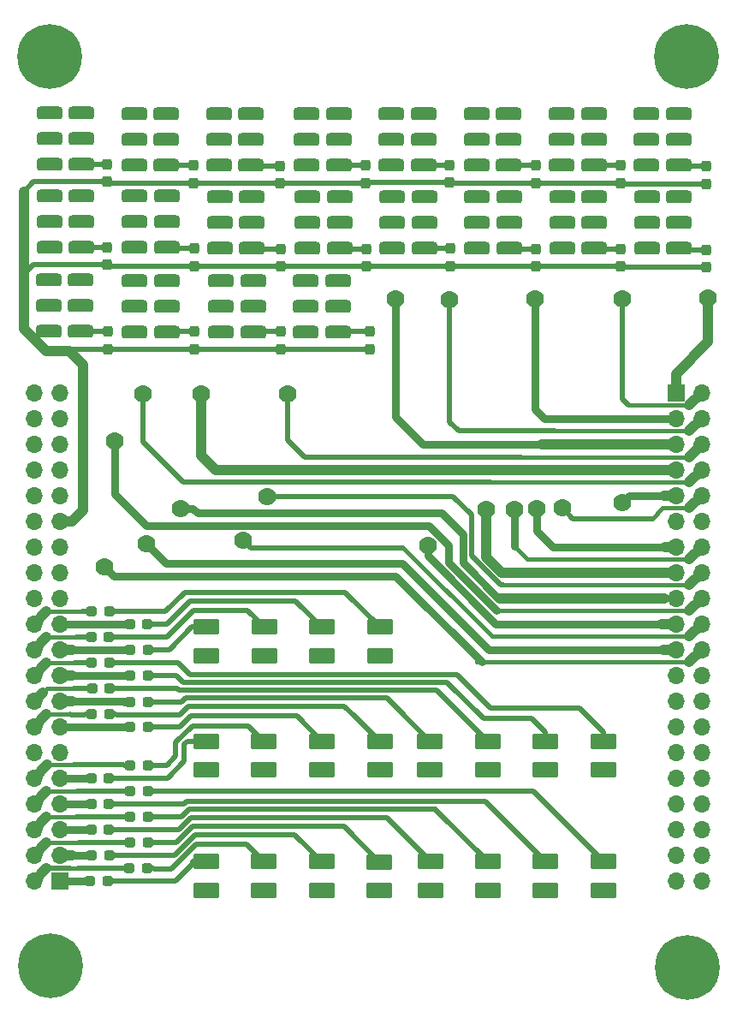
<source format=gtl>
G04 #@! TF.GenerationSoftware,KiCad,Pcbnew,(6.0.2)*
G04 #@! TF.CreationDate,2022-03-31T21:11:48+02:00*
G04 #@! TF.ProjectId,ba_nano_2,62615f6e-616e-46f5-9f32-2e6b69636164,rev?*
G04 #@! TF.SameCoordinates,Original*
G04 #@! TF.FileFunction,Copper,L1,Top*
G04 #@! TF.FilePolarity,Positive*
%FSLAX46Y46*%
G04 Gerber Fmt 4.6, Leading zero omitted, Abs format (unit mm)*
G04 Created by KiCad (PCBNEW (6.0.2)) date 2022-03-31 21:11:48*
%MOMM*%
%LPD*%
G01*
G04 APERTURE LIST*
G04 Aperture macros list*
%AMRoundRect*
0 Rectangle with rounded corners*
0 $1 Rounding radius*
0 $2 $3 $4 $5 $6 $7 $8 $9 X,Y pos of 4 corners*
0 Add a 4 corners polygon primitive as box body*
4,1,4,$2,$3,$4,$5,$6,$7,$8,$9,$2,$3,0*
0 Add four circle primitives for the rounded corners*
1,1,$1+$1,$2,$3*
1,1,$1+$1,$4,$5*
1,1,$1+$1,$6,$7*
1,1,$1+$1,$8,$9*
0 Add four rect primitives between the rounded corners*
20,1,$1+$1,$2,$3,$4,$5,0*
20,1,$1+$1,$4,$5,$6,$7,0*
20,1,$1+$1,$6,$7,$8,$9,0*
20,1,$1+$1,$8,$9,$2,$3,0*%
G04 Aperture macros list end*
G04 #@! TA.AperFunction,SMDPad,CuDef*
%ADD10RoundRect,0.250000X1.025000X-0.550000X1.025000X0.550000X-1.025000X0.550000X-1.025000X-0.550000X0*%
G04 #@! TD*
G04 #@! TA.AperFunction,ComponentPad*
%ADD11R,1.700000X1.700000*%
G04 #@! TD*
G04 #@! TA.AperFunction,ComponentPad*
%ADD12O,1.700000X1.700000*%
G04 #@! TD*
G04 #@! TA.AperFunction,ComponentPad*
%ADD13C,6.400000*%
G04 #@! TD*
G04 #@! TA.AperFunction,SMDPad,CuDef*
%ADD14RoundRect,0.237500X-0.287500X-0.237500X0.287500X-0.237500X0.287500X0.237500X-0.287500X0.237500X0*%
G04 #@! TD*
G04 #@! TA.AperFunction,SMDPad,CuDef*
%ADD15RoundRect,0.237500X-0.237500X0.287500X-0.237500X-0.287500X0.237500X-0.287500X0.237500X0.287500X0*%
G04 #@! TD*
G04 #@! TA.AperFunction,ComponentPad*
%ADD16RoundRect,0.317500X0.955000X-0.317500X0.955000X0.317500X-0.955000X0.317500X-0.955000X-0.317500X0*%
G04 #@! TD*
G04 #@! TA.AperFunction,ViaPad*
%ADD17C,1.778000*%
G04 #@! TD*
G04 #@! TA.AperFunction,Conductor*
%ADD18C,0.508000*%
G04 #@! TD*
G04 #@! TA.AperFunction,Conductor*
%ADD19C,1.016000*%
G04 #@! TD*
G04 #@! TA.AperFunction,Conductor*
%ADD20C,0.381000*%
G04 #@! TD*
G04 #@! TA.AperFunction,Conductor*
%ADD21C,0.762000*%
G04 #@! TD*
G04 APERTURE END LIST*
D10*
X118732300Y-115648800D03*
X118732300Y-112798800D03*
X157988000Y-126926400D03*
X157988000Y-124076400D03*
X152273000Y-126926400D03*
X152273000Y-124076400D03*
X124447300Y-115648800D03*
X124447300Y-112798800D03*
X140830300Y-126926400D03*
X140830300Y-124076400D03*
X135877300Y-126926400D03*
X135877300Y-124076400D03*
X130162300Y-126926400D03*
X130162300Y-124076400D03*
X124434600Y-126926400D03*
X124434600Y-124076400D03*
D11*
X104216200Y-137883900D03*
D12*
X101676200Y-137883900D03*
X104216200Y-135343900D03*
X101676200Y-135343900D03*
X104216200Y-132803900D03*
X101676200Y-132803900D03*
X104216200Y-130263900D03*
X101676200Y-130263900D03*
X104216200Y-127723900D03*
X101676200Y-127723900D03*
X104216200Y-125183900D03*
X101676200Y-125183900D03*
X104216200Y-122643900D03*
X101676200Y-122643900D03*
X104216200Y-120103900D03*
X101676200Y-120103900D03*
X104216200Y-117563900D03*
X101676200Y-117563900D03*
X104216200Y-115023900D03*
X101676200Y-115023900D03*
X104216200Y-112483900D03*
X101676200Y-112483900D03*
X104216200Y-109943900D03*
X101676200Y-109943900D03*
X104216200Y-107403900D03*
X101676200Y-107403900D03*
X104216200Y-104863900D03*
X101676200Y-104863900D03*
X104216200Y-102323900D03*
X101676200Y-102323900D03*
X104216200Y-99783900D03*
X101676200Y-99783900D03*
X104216200Y-97243900D03*
X101676200Y-97243900D03*
X104216200Y-94703900D03*
X101676200Y-94703900D03*
X104216200Y-92163900D03*
X101676200Y-92163900D03*
X104216200Y-89623900D03*
X101676200Y-89623900D03*
D11*
X165188900Y-89623900D03*
D12*
X167728900Y-89623900D03*
X165188900Y-92163900D03*
X167728900Y-92163900D03*
X165188900Y-94703900D03*
X167728900Y-94703900D03*
X165188900Y-97243900D03*
X167728900Y-97243900D03*
X165188900Y-99783900D03*
X167728900Y-99783900D03*
X165188900Y-102323900D03*
X167728900Y-102323900D03*
X165188900Y-104863900D03*
X167728900Y-104863900D03*
X165188900Y-107403900D03*
X167728900Y-107403900D03*
X165188900Y-109943900D03*
X167728900Y-109943900D03*
X165188900Y-112483900D03*
X167728900Y-112483900D03*
X165188900Y-115023900D03*
X167728900Y-115023900D03*
X165188900Y-117563900D03*
X167728900Y-117563900D03*
X165188900Y-120103900D03*
X167728900Y-120103900D03*
X165188900Y-122643900D03*
X167728900Y-122643900D03*
X165188900Y-125183900D03*
X167728900Y-125183900D03*
X165188900Y-127723900D03*
X167728900Y-127723900D03*
X165188900Y-130263900D03*
X167728900Y-130263900D03*
X165188900Y-132803900D03*
X167728900Y-132803900D03*
X165188900Y-135343900D03*
X167728900Y-135343900D03*
X165188900Y-137883900D03*
X167728900Y-137883900D03*
D10*
X158000700Y-138813600D03*
X158000700Y-135963600D03*
X140868400Y-138813600D03*
X140868400Y-135963600D03*
X135851900Y-138851700D03*
X135851900Y-136001700D03*
X124421900Y-138826300D03*
X124421900Y-135976300D03*
X130136900Y-138839000D03*
X130136900Y-135989000D03*
X152285700Y-138813600D03*
X152285700Y-135963600D03*
X118706900Y-138813600D03*
X118706900Y-135963600D03*
X146570700Y-138813600D03*
X146570700Y-135963600D03*
X118732300Y-126913700D03*
X118732300Y-124063700D03*
X135890000Y-115636100D03*
X135890000Y-112786100D03*
X130162300Y-115648800D03*
X130162300Y-112798800D03*
X146545300Y-126926400D03*
X146545300Y-124076400D03*
D13*
X103339900Y-146291300D03*
X103251000Y-56375300D03*
X166243000Y-56388000D03*
X166268400Y-146431000D03*
D14*
X107241400Y-137896600D03*
X108991400Y-137896600D03*
X111114900Y-136664700D03*
X112864900Y-136664700D03*
X107368400Y-135343900D03*
X109118400Y-135343900D03*
X111203800Y-134112000D03*
X112953800Y-134112000D03*
X107355700Y-132816600D03*
X109105700Y-132816600D03*
X111203800Y-131551680D03*
X112953800Y-131551680D03*
X107355700Y-130302000D03*
X109105700Y-130302000D03*
X111178400Y-129032000D03*
X112928400Y-129032000D03*
X107355700Y-127723900D03*
X109105700Y-127723900D03*
X111178400Y-126441200D03*
X112928400Y-126441200D03*
X111216500Y-122694700D03*
X112966500Y-122694700D03*
X107406500Y-121412000D03*
X109156500Y-121412000D03*
D15*
X168173400Y-67205920D03*
X168173400Y-68955920D03*
X151282400Y-67150040D03*
X151282400Y-68900040D03*
X134452360Y-67155120D03*
X134452360Y-68905120D03*
X117480080Y-67119560D03*
X117480080Y-68869560D03*
X168158160Y-75476160D03*
X168158160Y-77226160D03*
X151333200Y-75405040D03*
X151333200Y-77155040D03*
X134523480Y-75389800D03*
X134523480Y-77139800D03*
X117525800Y-75339000D03*
X117525800Y-77089000D03*
X134868920Y-83578760D03*
X134868920Y-85328760D03*
X117541040Y-83588920D03*
X117541040Y-85338920D03*
D14*
X111216500Y-120180100D03*
X112966500Y-120180100D03*
X107431900Y-118859300D03*
X109181900Y-118859300D03*
D15*
X159689800Y-67155120D03*
X159689800Y-68905120D03*
X142788640Y-67081400D03*
X142788640Y-68831400D03*
X108874560Y-67012880D03*
X108874560Y-68762880D03*
X159720280Y-75389800D03*
X159720280Y-77139800D03*
X142849600Y-75333920D03*
X142849600Y-77083920D03*
X108899960Y-75227240D03*
X108899960Y-76977240D03*
X109021880Y-83568600D03*
X109021880Y-85318600D03*
D14*
X111178400Y-117576600D03*
X112928400Y-117576600D03*
X107406500Y-116319300D03*
X109156500Y-116319300D03*
X111178400Y-115023900D03*
X112928400Y-115023900D03*
X107355700Y-113779300D03*
X109105700Y-113779300D03*
X111165700Y-112483900D03*
X112915700Y-112483900D03*
X107391200Y-111252000D03*
X109141200Y-111252000D03*
D15*
X126080520Y-75394880D03*
X126080520Y-77144880D03*
X126121160Y-83588920D03*
X126121160Y-85338920D03*
X126034800Y-67170360D03*
X126034800Y-68920360D03*
D16*
X165468300Y-67132200D03*
X165468300Y-64592200D03*
X165468300Y-62052200D03*
X162275520Y-67132200D03*
X162275520Y-64592200D03*
X162275520Y-62052200D03*
X148628100Y-67142360D03*
X148628100Y-64602360D03*
X148628100Y-62062360D03*
X145435320Y-67142360D03*
X145435320Y-64602360D03*
X145435320Y-62062360D03*
X157048200Y-67152520D03*
X157048200Y-64612520D03*
X157048200Y-62072520D03*
X153855420Y-67152520D03*
X153855420Y-64612520D03*
X153855420Y-62072520D03*
X140210540Y-67147440D03*
X140210540Y-64607440D03*
X140210540Y-62067440D03*
X137017760Y-67147440D03*
X137017760Y-64607440D03*
X137017760Y-62067440D03*
X131803140Y-67116960D03*
X131803140Y-64576960D03*
X131803140Y-62036960D03*
X128610360Y-67116960D03*
X128610360Y-64576960D03*
X128610360Y-62036960D03*
X123156980Y-67086480D03*
X123156980Y-64546480D03*
X123156980Y-62006480D03*
X119964200Y-67086480D03*
X119964200Y-64546480D03*
X119964200Y-62006480D03*
X114777520Y-67096640D03*
X114777520Y-64556640D03*
X114777520Y-62016640D03*
X111584740Y-67096640D03*
X111584740Y-64556640D03*
X111584740Y-62016640D03*
X106385360Y-67076320D03*
X106385360Y-64536320D03*
X106385360Y-61996320D03*
X103192580Y-67076320D03*
X103192580Y-64536320D03*
X103192580Y-61996320D03*
X165496240Y-75356720D03*
X165496240Y-72816720D03*
X165496240Y-70276720D03*
X162303460Y-75356720D03*
X162303460Y-72816720D03*
X162303460Y-70276720D03*
X157104080Y-75356720D03*
X157104080Y-72816720D03*
X157104080Y-70276720D03*
X153911300Y-75356720D03*
X153911300Y-72816720D03*
X153911300Y-70276720D03*
X148673820Y-75346560D03*
X148673820Y-72806560D03*
X148673820Y-70266560D03*
X145481040Y-75346560D03*
X145481040Y-72806560D03*
X145481040Y-70266560D03*
X140307060Y-75346560D03*
X140307060Y-72806560D03*
X140307060Y-70266560D03*
X137114280Y-75346560D03*
X137114280Y-72806560D03*
X137114280Y-70266560D03*
X131914900Y-75341480D03*
X131914900Y-72801480D03*
X131914900Y-70261480D03*
X128722120Y-75341480D03*
X128722120Y-72801480D03*
X128722120Y-70261480D03*
X123228100Y-75331320D03*
X123228100Y-72791320D03*
X123228100Y-70251320D03*
X120035320Y-75331320D03*
X120035320Y-72791320D03*
X120035320Y-70251320D03*
X114790220Y-75290680D03*
X114790220Y-72750680D03*
X114790220Y-70210680D03*
X111597440Y-75290680D03*
X111597440Y-72750680D03*
X111597440Y-70210680D03*
X106382820Y-75275440D03*
X106382820Y-72735440D03*
X106382820Y-70195440D03*
X103190040Y-75275440D03*
X103190040Y-72735440D03*
X103190040Y-70195440D03*
X131765040Y-83596480D03*
X131765040Y-81056480D03*
X131765040Y-78516480D03*
X128572260Y-83596480D03*
X128572260Y-81056480D03*
X128572260Y-78516480D03*
X123390660Y-83632040D03*
X123390660Y-81092040D03*
X123390660Y-78552040D03*
X120197880Y-83632040D03*
X120197880Y-81092040D03*
X120197880Y-78552040D03*
X114820700Y-83632040D03*
X114820700Y-81092040D03*
X114820700Y-78552040D03*
X111627920Y-83632040D03*
X111627920Y-81092040D03*
X111627920Y-78552040D03*
X106296460Y-83586320D03*
X106296460Y-81046320D03*
X106296460Y-78506320D03*
X103103680Y-83586320D03*
X103103680Y-81046320D03*
X103103680Y-78506320D03*
D17*
X168341040Y-80284320D03*
X159842200Y-80319880D03*
X151231600Y-80360520D03*
X142788640Y-80375760D03*
X137459720Y-80340200D03*
X126730760Y-89722960D03*
X118196360Y-89738200D03*
X112476280Y-89687400D03*
X159852360Y-100512880D03*
X153911300Y-101013260D03*
X151394160Y-101066600D03*
X149174200Y-101178360D03*
X146441160Y-101122480D03*
X124719080Y-99857560D03*
X116144040Y-101036120D03*
X109651800Y-94350840D03*
X140624560Y-104714040D03*
X122361960Y-104228240D03*
X112801400Y-104566720D03*
X108676440Y-106837480D03*
D18*
X115666520Y-137896600D02*
X117368320Y-136194800D01*
X114960400Y-137896600D02*
X115666520Y-137896600D01*
X108991400Y-137896600D02*
X114960400Y-137896600D01*
X117368320Y-135963600D02*
X118706900Y-135963600D01*
X117368320Y-136194800D02*
X117368320Y-135963600D01*
X114960400Y-137896600D02*
X114975640Y-137881360D01*
X122684600Y-134239000D02*
X124421900Y-135976300D01*
X115229640Y-136692640D02*
X117683280Y-134239000D01*
X112864900Y-136664700D02*
X113489900Y-136664700D01*
X113517840Y-136692640D02*
X115229640Y-136692640D01*
X113489900Y-136664700D02*
X113517840Y-136692640D01*
X117683280Y-134239000D02*
X122684600Y-134239000D01*
X127447100Y-133299200D02*
X130136900Y-135989000D01*
X117607080Y-133299200D02*
X127447100Y-133299200D01*
X109118400Y-135343900D02*
X115562380Y-135343900D01*
X115562380Y-135343900D02*
X117607080Y-133299200D01*
X115742720Y-134112000D02*
X117393720Y-132461000D01*
X135851900Y-136001700D02*
X132311200Y-132461000D01*
X112953800Y-134112000D02*
X115742720Y-134112000D01*
X132311200Y-132461000D02*
X117393720Y-132461000D01*
X109745940Y-132801360D02*
X116052084Y-132801360D01*
X136565700Y-131660900D02*
X140868400Y-135963600D01*
X117184924Y-131668520D02*
X136558080Y-131668520D01*
X109105700Y-132816600D02*
X109730700Y-132816600D01*
X136558080Y-131668520D02*
X136565700Y-131660900D01*
X116052084Y-132801360D02*
X117184924Y-131668520D01*
X109730700Y-132816600D02*
X109745940Y-132801360D01*
X117002560Y-130799840D02*
X141406940Y-130799840D01*
X141442500Y-130835400D02*
X146570700Y-135963600D01*
X112953800Y-131551680D02*
X116250720Y-131551680D01*
X141406940Y-130799840D02*
X141442500Y-130835400D01*
X116250720Y-131551680D02*
X117002560Y-130799840D01*
X109735780Y-130307080D02*
X116484400Y-130307080D01*
X109730700Y-130302000D02*
X109735780Y-130307080D01*
X116484400Y-130307080D02*
X116763800Y-130027680D01*
X109105700Y-130302000D02*
X109730700Y-130302000D01*
X146339620Y-130027680D02*
X146344700Y-130022600D01*
X146344700Y-130022600D02*
X152285700Y-135963600D01*
X116763800Y-130027680D02*
X146339620Y-130027680D01*
X151056900Y-129032000D02*
X151063000Y-129025900D01*
X112928400Y-129032000D02*
X151056900Y-129032000D01*
X151063000Y-129025900D02*
X158000700Y-135963600D01*
X116550440Y-124338020D02*
X116824760Y-124063700D01*
X114924840Y-127711200D02*
X116550440Y-126085600D01*
X116824760Y-124063700D02*
X118732300Y-124063700D01*
X109730700Y-127723900D02*
X109743400Y-127711200D01*
X116550440Y-126085600D02*
X116550440Y-124338020D01*
X109743400Y-127711200D02*
X114924840Y-127711200D01*
X109105700Y-127723900D02*
X109730700Y-127723900D01*
X113558480Y-126446280D02*
X114818160Y-126446280D01*
X114818160Y-126446280D02*
X115697000Y-125567440D01*
X122900500Y-122542300D02*
X124434600Y-124076400D01*
X113553400Y-126441200D02*
X113558480Y-126446280D01*
X115697000Y-125567440D02*
X115697000Y-124190183D01*
X117344883Y-122542300D02*
X117535960Y-122542300D01*
X115697000Y-124190183D02*
X117344883Y-122542300D01*
X112928400Y-126441200D02*
X113553400Y-126441200D01*
X117535960Y-122542300D02*
X122900500Y-122542300D01*
X127663000Y-121577100D02*
X130162300Y-124076400D01*
X113591500Y-122694700D02*
X113604200Y-122682000D01*
X112966500Y-122694700D02*
X113591500Y-122694700D01*
X116131340Y-122682000D02*
X117236240Y-121577100D01*
X117236240Y-121577100D02*
X127663000Y-121577100D01*
X113604200Y-122682000D02*
X116131340Y-122682000D01*
X109781500Y-121412000D02*
X109842460Y-121472960D01*
X135877300Y-124076400D02*
X133466900Y-121666000D01*
X132384800Y-120599200D02*
X116956840Y-120599200D01*
X133466900Y-121666000D02*
X133451600Y-121666000D01*
X133451600Y-121666000D02*
X132384800Y-120599200D01*
X109156500Y-121412000D02*
X109781500Y-121412000D01*
X116956840Y-120599200D02*
X116083080Y-121472960D01*
X109842460Y-121472960D02*
X116083080Y-121472960D01*
X137477500Y-120726200D02*
X137480100Y-120726200D01*
X113591500Y-120180100D02*
X116288820Y-120180100D01*
X137480100Y-120726200D02*
X140830300Y-124076400D01*
X112966500Y-120180100D02*
X113591500Y-120180100D01*
X116669820Y-119799100D02*
X136550400Y-119799100D01*
X116288820Y-120180100D02*
X116669820Y-119799100D01*
X136550400Y-119799100D02*
X137477500Y-120726200D01*
X113591500Y-120180100D02*
X113604200Y-120192800D01*
X109806900Y-118859300D02*
X109829760Y-118882160D01*
X141465300Y-119011700D02*
X115999260Y-119011700D01*
X109829760Y-118882160D02*
X115869720Y-118882160D01*
X115869720Y-118882160D02*
X115999260Y-119011700D01*
X142191800Y-119722900D02*
X146545300Y-124076400D01*
X109181900Y-118859300D02*
X109806900Y-118859300D01*
X115999260Y-119011700D02*
X115996720Y-119009160D01*
X142191800Y-119722900D02*
X142176500Y-119722900D01*
X142176500Y-119722900D02*
X141465300Y-119011700D01*
X115798600Y-117576600D02*
X113553400Y-117576600D01*
X142532100Y-118237000D02*
X146126200Y-121831100D01*
X150927700Y-121831100D02*
X152273000Y-123176400D01*
X116459000Y-118237000D02*
X115798600Y-117576600D01*
X152273000Y-123176400D02*
X152273000Y-124076400D01*
X113553400Y-117576600D02*
X112928400Y-117576600D01*
X142532100Y-118237000D02*
X116459000Y-118237000D01*
X146126200Y-121831100D02*
X150927700Y-121831100D01*
X155626700Y-120815100D02*
X146812220Y-120815100D01*
X113191824Y-116301520D02*
X113174044Y-116319300D01*
X113174044Y-116319300D02*
X109156500Y-116319300D01*
X143526110Y-117528990D02*
X117112430Y-117528990D01*
X117112430Y-117528990D02*
X115884960Y-116301520D01*
X115884960Y-116301520D02*
X113191824Y-116301520D01*
X146812220Y-120815100D02*
X143526110Y-117528990D01*
X157988000Y-123176400D02*
X155626700Y-120815100D01*
X157988000Y-124076400D02*
X157988000Y-123176400D01*
X115039080Y-115006120D02*
X117246400Y-112798800D01*
X112928400Y-115023900D02*
X113553400Y-115023900D01*
X113571180Y-115006120D02*
X115039080Y-115006120D01*
X117246400Y-112798800D02*
X118732300Y-112798800D01*
X113553400Y-115023900D02*
X113571180Y-115006120D01*
X109733240Y-113781840D02*
X114797840Y-113781840D01*
X109105700Y-113779300D02*
X109730700Y-113779300D01*
X114797840Y-113781840D02*
X117454680Y-111125000D01*
X109730700Y-113779300D02*
X109733240Y-113781840D01*
X122773500Y-111125000D02*
X124447300Y-112798800D01*
X117454680Y-111125000D02*
X122773500Y-111125000D01*
X113540700Y-112483900D02*
X113548320Y-112491520D01*
X112915700Y-112483900D02*
X113540700Y-112483900D01*
X114815620Y-112491520D02*
X117109240Y-110197900D01*
X113548320Y-112491520D02*
X114815620Y-112491520D01*
X117109240Y-110197900D02*
X127561400Y-110197900D01*
X127561400Y-110197900D02*
X130162300Y-112798800D01*
X132438200Y-109334300D02*
X135890000Y-112786100D01*
X109766200Y-111252000D02*
X109771280Y-111246920D01*
X116601240Y-109334300D02*
X132438200Y-109334300D01*
X109771280Y-111246920D02*
X114688620Y-111246920D01*
X114688620Y-111246920D02*
X116601240Y-109334300D01*
X109141200Y-111252000D02*
X109766200Y-111252000D01*
X168158160Y-77226160D02*
X159806640Y-77226160D01*
D19*
X105161080Y-85506560D02*
X102849680Y-85506560D01*
X106492040Y-101250141D02*
X106492040Y-86837520D01*
D18*
X126034800Y-68920360D02*
X117530880Y-68920360D01*
X108874560Y-68762880D02*
X108299560Y-68762880D01*
X108279240Y-68742560D02*
X101650800Y-68742560D01*
X108981240Y-68869560D02*
X108874560Y-68762880D01*
X134579360Y-77083920D02*
X134523480Y-77139800D01*
X134868920Y-85328760D02*
X126131320Y-85328760D01*
D19*
X105418281Y-102323900D02*
X106492040Y-101250141D01*
D18*
X100675440Y-77952600D02*
X100675440Y-78211680D01*
X151287480Y-68905120D02*
X151282400Y-68900040D01*
X159740600Y-68955920D02*
X159689800Y-68905120D01*
X151333200Y-77155040D02*
X142920720Y-77155040D01*
X109042200Y-85338920D02*
X109021880Y-85318600D01*
D19*
X102849680Y-85506560D02*
X100675440Y-83332320D01*
D18*
X125546160Y-85338920D02*
X117541040Y-85338920D01*
X134523480Y-77139800D02*
X126085600Y-77139800D01*
X126080520Y-77144880D02*
X117581680Y-77144880D01*
X142920720Y-77155040D02*
X142849600Y-77083920D01*
X159806640Y-77226160D02*
X159720280Y-77139800D01*
X126131320Y-85328760D02*
X126121160Y-85338920D01*
X109021880Y-85318600D02*
X108446880Y-85318600D01*
X108446880Y-85318600D02*
X108441800Y-85313520D01*
D19*
X100675440Y-83332320D02*
X100675440Y-78211680D01*
D18*
X117480080Y-68869560D02*
X108981240Y-68869560D01*
D19*
X104216200Y-102323900D02*
X105418281Y-102323900D01*
D18*
X142788640Y-68831400D02*
X134526080Y-68831400D01*
X151348440Y-77139800D02*
X151333200Y-77155040D01*
X159689800Y-68905120D02*
X151287480Y-68905120D01*
X126085600Y-77139800D02*
X126080520Y-77144880D01*
X108899960Y-76977240D02*
X101650800Y-76977240D01*
X108299560Y-68762880D02*
X108279240Y-68742560D01*
X151282400Y-68900040D02*
X142857280Y-68900040D01*
X142857280Y-68900040D02*
X142788640Y-68831400D01*
X168173400Y-68955920D02*
X159740600Y-68955920D01*
X108441800Y-85313520D02*
X105354120Y-85313520D01*
X142849600Y-77083920D02*
X134579360Y-77083920D01*
D19*
X100675440Y-78211680D02*
X100675440Y-69717920D01*
D18*
X117581680Y-77144880D02*
X117525800Y-77089000D01*
X109011720Y-77089000D02*
X108899960Y-76977240D01*
X105354120Y-85313520D02*
X105161080Y-85506560D01*
X117530880Y-68920360D02*
X117480080Y-68869560D01*
X159720280Y-77139800D02*
X151348440Y-77139800D01*
X126121160Y-85338920D02*
X125546160Y-85338920D01*
X126050040Y-68905120D02*
X126034800Y-68920360D01*
X117541040Y-85338920D02*
X109042200Y-85338920D01*
X134526080Y-68831400D02*
X134452360Y-68905120D01*
X101650800Y-68742560D02*
X100675440Y-69717920D01*
D19*
X106492040Y-86837520D02*
X105161080Y-85506560D01*
D18*
X134452360Y-68905120D02*
X126050040Y-68905120D01*
X101650800Y-76977240D02*
X100675440Y-77952600D01*
X117525800Y-77089000D02*
X109011720Y-77089000D01*
X106463300Y-111252000D02*
X107391200Y-111252000D01*
X106454699Y-111243399D02*
X106463300Y-111252000D01*
D19*
X101676200Y-112483900D02*
X102916701Y-111243399D01*
D20*
X102916701Y-111243399D02*
X106454699Y-111243399D01*
D21*
X111165700Y-112483900D02*
X104216200Y-112483900D01*
D18*
X106726601Y-113783399D02*
X105845899Y-113783399D01*
D19*
X101676200Y-115023900D02*
X102916701Y-113783399D01*
D20*
X102916701Y-113783399D02*
X105845899Y-113783399D01*
D18*
X107355700Y-113779300D02*
X106730700Y-113779300D01*
X106730700Y-113779300D02*
X106726601Y-113783399D01*
D21*
X111178400Y-115023900D02*
X105418281Y-115023900D01*
D19*
X104216200Y-115023900D02*
X105418281Y-115023900D01*
D18*
X105443681Y-114998500D02*
X105418281Y-115023900D01*
X105722998Y-116319300D02*
X107406500Y-116319300D01*
D19*
X101676200Y-117563900D02*
X102916701Y-116323399D01*
D18*
X105718899Y-116323399D02*
X105722998Y-116319300D01*
D20*
X102916701Y-116323399D02*
X105718899Y-116323399D01*
D19*
X104216200Y-117563900D02*
X105418281Y-117563900D01*
D21*
X110553400Y-117576600D02*
X110540700Y-117563900D01*
X111178400Y-117576600D02*
X110553400Y-117576600D01*
X110540700Y-117563900D02*
X105418281Y-117563900D01*
D18*
X107431900Y-118859300D02*
X105570598Y-118859300D01*
D19*
X101676200Y-120103900D02*
X102526199Y-119253901D01*
D20*
X102526199Y-119253901D02*
X102551599Y-119253901D01*
D18*
X105570598Y-118859300D02*
X105566499Y-118863399D01*
D20*
X102942101Y-118863399D02*
X105566499Y-118863399D01*
X102551599Y-119253901D02*
X102942101Y-118863399D01*
D21*
X110515300Y-120103900D02*
X105418281Y-120103900D01*
X111216500Y-120180100D02*
X110591500Y-120180100D01*
D19*
X104216200Y-120103900D02*
X105418281Y-120103900D01*
D21*
X110591500Y-120180100D02*
X110515300Y-120103900D01*
D18*
X106721191Y-121472309D02*
X105330609Y-121472309D01*
X107406500Y-121412000D02*
X106781500Y-121412000D01*
D20*
X102916701Y-121403399D02*
X105261699Y-121403399D01*
D18*
X106781500Y-121412000D02*
X106721191Y-121472309D01*
D19*
X101676200Y-122643900D02*
X102916701Y-121403399D01*
D18*
X105330609Y-121472309D02*
X105261699Y-121403399D01*
D21*
X111216500Y-122694700D02*
X104267000Y-122694700D01*
X104267000Y-122694700D02*
X104216200Y-122643900D01*
D19*
X101676200Y-127723900D02*
X102975699Y-126424401D01*
D18*
X110536601Y-126424401D02*
X105617299Y-126424401D01*
X110553400Y-126441200D02*
X110536601Y-126424401D01*
X111178400Y-126441200D02*
X110553400Y-126441200D01*
D20*
X102975699Y-126424401D02*
X105617299Y-126424401D01*
D21*
X107355700Y-127723900D02*
X104216200Y-127723900D01*
D20*
X102916701Y-129023399D02*
X105960199Y-129023399D01*
D18*
X111178400Y-129032000D02*
X110553400Y-129032000D01*
X110544799Y-129023399D02*
X105960199Y-129023399D01*
D19*
X101676200Y-130263900D02*
X102916701Y-129023399D01*
D18*
X110553400Y-129032000D02*
X110544799Y-129023399D01*
D21*
X107365800Y-130314700D02*
X103913200Y-130314700D01*
D20*
X104318200Y-130365900D02*
X104216200Y-130263900D01*
D18*
X111203800Y-131551680D02*
X105895718Y-131551680D01*
D20*
X102916701Y-131563399D02*
X105883999Y-131563399D01*
D19*
X101676200Y-132803900D02*
X102916701Y-131563399D01*
D18*
X105895718Y-131551680D02*
X105883999Y-131563399D01*
D21*
X107175300Y-132816600D02*
X103842700Y-132816600D01*
D20*
X104438200Y-133025900D02*
X104216200Y-132803900D01*
D18*
X110578800Y-134112000D02*
X110570199Y-134103399D01*
D19*
X101676200Y-135343900D02*
X102916701Y-134103399D01*
D20*
X102916701Y-134103399D02*
X106112599Y-134103399D01*
D18*
X110570199Y-134103399D02*
X106112599Y-134103399D01*
X111203800Y-134112000D02*
X110578800Y-134112000D01*
D21*
X106743400Y-135343900D02*
X105418281Y-135343900D01*
D19*
X105418281Y-135343900D02*
X104216200Y-135343900D01*
D21*
X107368400Y-135343900D02*
X106743400Y-135343900D01*
D18*
X106017060Y-136664700D02*
X105995759Y-136643399D01*
D19*
X101676200Y-137883900D02*
X102916701Y-136643399D01*
D18*
X102916701Y-136643399D02*
X105287099Y-136643399D01*
D20*
X105287099Y-136643399D02*
X105995759Y-136643399D01*
D18*
X111114900Y-136664700D02*
X106017060Y-136664700D01*
D21*
X104216200Y-137883900D02*
X107228700Y-137883900D01*
X107228700Y-137883900D02*
X107241400Y-137896600D01*
D19*
X165188900Y-89623900D02*
X165188900Y-87757900D01*
X168341040Y-84605760D02*
X168341040Y-80284320D01*
X165188900Y-87757900D02*
X168341040Y-84605760D01*
D18*
X159842200Y-80319880D02*
X159842200Y-90244641D01*
X159842200Y-90244641D02*
X160461960Y-90864401D01*
D20*
X166488399Y-90864401D02*
X160461960Y-90864401D01*
D19*
X167728900Y-89623900D02*
X166488399Y-90864401D01*
D21*
X151231600Y-91262200D02*
X151231600Y-80360520D01*
X165188900Y-92163900D02*
X152133300Y-92163900D01*
X152133300Y-92163900D02*
X151231600Y-91262200D01*
D20*
X166488399Y-93404401D02*
X153183301Y-93404401D01*
D18*
X142788640Y-92537280D02*
X142788640Y-80375760D01*
X153183301Y-93404401D02*
X143655761Y-93404401D01*
D19*
X167728900Y-92163900D02*
X166488399Y-93404401D01*
D18*
X143655761Y-93404401D02*
X142788640Y-92537280D01*
D21*
X137459720Y-92014040D02*
X137459720Y-80340200D01*
X140149580Y-94703900D02*
X137459720Y-92014040D01*
X151917400Y-94703900D02*
X140149580Y-94703900D01*
D19*
X165188900Y-94703900D02*
X151917400Y-94703900D01*
D20*
X166429401Y-96003399D02*
X149876799Y-96003399D01*
D18*
X126730760Y-94259400D02*
X126730760Y-89722960D01*
X149876799Y-96003399D02*
X128474759Y-96003399D01*
D19*
X167728900Y-94703900D02*
X166429401Y-96003399D01*
D18*
X128474759Y-96003399D02*
X126730760Y-94259400D01*
D19*
X165188900Y-97243900D02*
X163986819Y-97243900D01*
X118196360Y-95818960D02*
X118196360Y-89738200D01*
D18*
X163986819Y-97243900D02*
X163974119Y-97256600D01*
D19*
X163974119Y-97256600D02*
X119634000Y-97256600D01*
X119634000Y-97256600D02*
X118196360Y-95818960D01*
D20*
X166488399Y-98484401D02*
X146833301Y-98484401D01*
D18*
X116452361Y-98484401D02*
X112476280Y-94508320D01*
X146833301Y-98484401D02*
X116452361Y-98484401D01*
D19*
X167728900Y-97243900D02*
X166488399Y-98484401D01*
D18*
X112476280Y-94508320D02*
X112476280Y-89687400D01*
D21*
X162443160Y-99796600D02*
X160568640Y-99796600D01*
X160568640Y-99796600D02*
X159852360Y-100512880D01*
D18*
X163986819Y-99783900D02*
X163961419Y-99758500D01*
D21*
X162455860Y-99783900D02*
X162443160Y-99796600D01*
X163986819Y-99783900D02*
X162455860Y-99783900D01*
D19*
X165188900Y-99783900D02*
X163986819Y-99783900D01*
D18*
X154955240Y-102057200D02*
X153911300Y-101013260D01*
D20*
X163862039Y-101024401D02*
X162829240Y-102057200D01*
D19*
X167728900Y-99783900D02*
X166488399Y-101024401D01*
D20*
X166488399Y-101024401D02*
X163862039Y-101024401D01*
D18*
X162829240Y-102057200D02*
X154955240Y-102057200D01*
D19*
X165188900Y-104863900D02*
X164132260Y-104863900D01*
D21*
X164132260Y-104863900D02*
X152971500Y-104863900D01*
X151394160Y-103286560D02*
X151394160Y-101066600D01*
X152971500Y-104863900D02*
X151394160Y-103286560D01*
D20*
X166488399Y-106104401D02*
X150457881Y-106104401D01*
D19*
X167728900Y-104863900D02*
X166488399Y-106104401D01*
D21*
X149174200Y-104820720D02*
X149174200Y-101178360D01*
D20*
X150457881Y-106104401D02*
X149174200Y-104820720D01*
D19*
X147932140Y-107403900D02*
X146441160Y-105912920D01*
X165188900Y-107403900D02*
X147932140Y-107403900D01*
X146441160Y-105912920D02*
X146441160Y-101122480D01*
D18*
X144927320Y-101686360D02*
X144927320Y-105759566D01*
D20*
X166488399Y-108644401D02*
X148117560Y-108644401D01*
D18*
X124602240Y-99857560D02*
X143098520Y-99857560D01*
D19*
X167728900Y-107403900D02*
X166488399Y-108644401D01*
D18*
X147812155Y-108644401D02*
X148117560Y-108644401D01*
X144927320Y-105759566D02*
X147812155Y-108644401D01*
X143098520Y-99857560D02*
X144927320Y-101686360D01*
X163986819Y-109943900D02*
X163974119Y-109931200D01*
D21*
X117401275Y-101036120D02*
X117883875Y-101518720D01*
X141970760Y-101518720D02*
X144092310Y-103640270D01*
X144092310Y-106419030D02*
X147604480Y-109931200D01*
D19*
X163974119Y-109931200D02*
X147726400Y-109931200D01*
D21*
X144092310Y-103640270D02*
X144092310Y-106419030D01*
X117883875Y-101518720D02*
X141970760Y-101518720D01*
D18*
X165188900Y-109943900D02*
X163986819Y-109943900D01*
D21*
X147604480Y-109931200D02*
X147726400Y-109931200D01*
X116144040Y-101036120D02*
X117401275Y-101036120D01*
X109651800Y-99603560D02*
X112806480Y-102758240D01*
X109651800Y-94350840D02*
X109651800Y-99603560D01*
X142702280Y-104703880D02*
X142702280Y-106447172D01*
D20*
X166488399Y-111184401D02*
X147416520Y-111184401D01*
D21*
X140756640Y-102758240D02*
X142702280Y-104703880D01*
D19*
X167728900Y-109943900D02*
X166488399Y-111184401D01*
D21*
X147416520Y-111161412D02*
X147416520Y-111184401D01*
X142702280Y-106447172D02*
X147416520Y-111161412D01*
X112806480Y-102758240D02*
X140756640Y-102758240D01*
X147355532Y-112483900D02*
X140624560Y-105752928D01*
D19*
X165188900Y-112483900D02*
X163786820Y-112483900D01*
D21*
X140624560Y-105752928D02*
X140624560Y-104714040D01*
X163786820Y-112483900D02*
X147355532Y-112483900D01*
D20*
X146957761Y-113724401D02*
X138196320Y-104962960D01*
D19*
X167728900Y-112483900D02*
X166488399Y-113724401D01*
D18*
X138196320Y-104962960D02*
X123129040Y-104962960D01*
X122361960Y-104195880D02*
X122361960Y-104228240D01*
D20*
X166488399Y-113724401D02*
X146957761Y-113724401D01*
D18*
X123129040Y-104962960D02*
X122361960Y-104228240D01*
D21*
X163986819Y-115023900D02*
X146677380Y-115023900D01*
D19*
X165188900Y-115023900D02*
X163986819Y-115023900D01*
D21*
X146677380Y-115023900D02*
X138125200Y-106471720D01*
D19*
X163986819Y-115023900D02*
X163938559Y-115072160D01*
D21*
X114032650Y-105803050D02*
X114701320Y-106471720D01*
X112801400Y-104566720D02*
X114032650Y-105797970D01*
X114032650Y-105797970D02*
X114032650Y-105803050D01*
X114701320Y-106471720D02*
X138125200Y-106471720D01*
D20*
X166488399Y-116264401D02*
X145953480Y-116264401D01*
D21*
X108676440Y-106837480D02*
X109565439Y-107726479D01*
X137415558Y-107726479D02*
X145953480Y-116264401D01*
D19*
X167728900Y-115023900D02*
X166488399Y-116264401D01*
D20*
X145953480Y-116264401D02*
X145436301Y-116264401D01*
D21*
X109565439Y-107726479D02*
X137415558Y-107726479D01*
D18*
X168173400Y-67205920D02*
X165542020Y-67205920D01*
X165542020Y-67205920D02*
X165468300Y-67132200D01*
X151282400Y-67150040D02*
X148635780Y-67150040D01*
X148635780Y-67150040D02*
X148628100Y-67142360D01*
X131841300Y-67155120D02*
X131803140Y-67116960D01*
X134452360Y-67155120D02*
X131841300Y-67155120D01*
X114800440Y-67119560D02*
X114777520Y-67096640D01*
X117480080Y-67119560D02*
X114800440Y-67119560D01*
X165615680Y-75476160D02*
X165496240Y-75356720D01*
X168158160Y-75476160D02*
X165615680Y-75476160D01*
X151333200Y-75405040D02*
X148732300Y-75405040D01*
X148732300Y-75405040D02*
X148673820Y-75346560D01*
X134523480Y-75389800D02*
X131963220Y-75389800D01*
X131963220Y-75389800D02*
X131914900Y-75341480D01*
X117525800Y-75339000D02*
X114838540Y-75339000D01*
X114838540Y-75339000D02*
X114790220Y-75290680D01*
X134868920Y-83578760D02*
X131782760Y-83578760D01*
X131782760Y-83578760D02*
X131765040Y-83596480D01*
X117541040Y-83588920D02*
X114863820Y-83588920D01*
X114863820Y-83588920D02*
X114820700Y-83632040D01*
X159689800Y-67155120D02*
X157050800Y-67155120D01*
X157050800Y-67155120D02*
X157048200Y-67152520D01*
X140276580Y-67081400D02*
X140210540Y-67147440D01*
X142788640Y-67081400D02*
X140276580Y-67081400D01*
X126034800Y-67170360D02*
X123240860Y-67170360D01*
X123240860Y-67170360D02*
X123156980Y-67086480D01*
X108874560Y-67012880D02*
X106448800Y-67012880D01*
X106448800Y-67012880D02*
X106385360Y-67076320D01*
X157137160Y-75389800D02*
X157104080Y-75356720D01*
X159720280Y-75389800D02*
X157137160Y-75389800D01*
X142849600Y-75333920D02*
X140319700Y-75333920D01*
X140319700Y-75333920D02*
X140307060Y-75346560D01*
X123291660Y-75394880D02*
X123228100Y-75331320D01*
X126080520Y-75394880D02*
X123291660Y-75394880D01*
X106431020Y-75227240D02*
X106382820Y-75275440D01*
X108899960Y-75227240D02*
X106431020Y-75227240D01*
X126121160Y-83588920D02*
X123433780Y-83588920D01*
X123433780Y-83588920D02*
X123390660Y-83632040D01*
X106314180Y-83568600D02*
X106296460Y-83586320D01*
X109021880Y-83568600D02*
X106314180Y-83568600D01*
M02*

</source>
